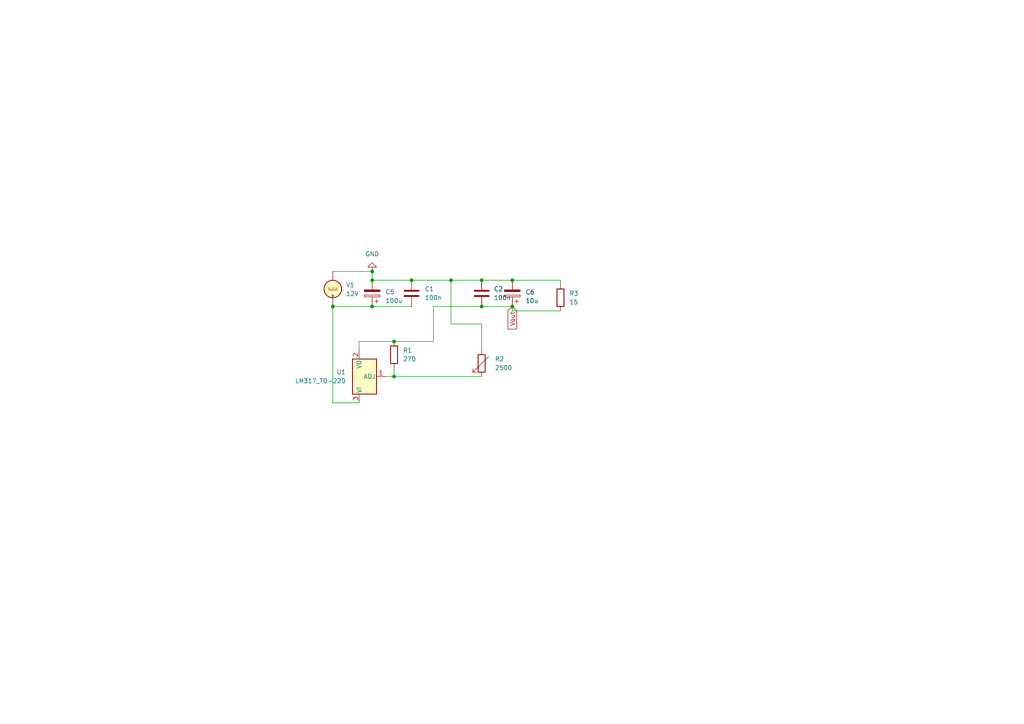
<source format=kicad_sch>
(kicad_sch (version 20231120) (generator "eeschema") (generator_version "8.0")
  (paper "A4")
  (lib_symbols
    (symbol "Device:C" (pin_numbers hide) (pin_names (offset 0.254))
      (property "Reference" "C" (at 0.635 2.54 0))
      (property "Value" "C" (at 0.635 -2.54 0))
      (symbol "C_0_1"
        (polyline (pts (xy -2.032 -0.762) (xy 2.032 -0.762)) (stroke (width 0.508)))
        (polyline (pts (xy -2.032 0.762) (xy 2.032 0.762)) (stroke (width 0.508)))
      )
      (symbol "C_1_1"
        (pin passive line (at 0 3.81 270) (length 2.794) (name "~") (number "1"))
        (pin passive line (at 0 -3.81 90) (length 2.794) (name "~") (number "2"))
      )
    )
    (symbol "Device:C_Polarized" (pin_numbers hide) (pin_names (offset 0.254))
      (property "Reference" "C" (at 0.635 2.54 0))
      (property "Value" "C_Polarized" (at 0.635 -2.54 0))
      (symbol "C_Polarized_0_1"
        (rectangle (start -2.286 0.508) (end 2.286 1.016))
        (polyline (pts (xy -1.778 2.286) (xy -0.762 2.286)))
        (polyline (pts (xy -1.27 2.794) (xy -1.27 1.778)))
        (rectangle (start 2.286 -0.508) (end -2.286 -1.016) (fill (type outline)))
      )
      (symbol "C_Polarized_1_1"
        (pin passive line (at 0 3.81 270) (length 2.794) (name "~") (number "1"))
        (pin passive line (at 0 -3.81 90) (length 2.794) (name "~") (number "2"))
      )
    )
    (symbol "Device:R" (pin_numbers hide) (pin_names (offset 0))
      (property "Reference" "R" (at 2.032 0 90))
      (property "Value" "R" (at 0 0 90))
      (symbol "R_0_1"
        (rectangle (start -1.016 -2.54) (end 1.016 2.54) (stroke (width 0.254)))
      )
      (symbol "R_1_1"
        (pin passive line (at 0 3.81 270) (length 1.27) (name "~") (number "1"))
        (pin passive line (at 0 -3.81 90) (length 1.27) (name "~") (number "2"))
      )
    )
    (symbol "Device:R_Variable" (pin_numbers hide) (pin_names (offset 0))
      (property "Reference" "R" (at 2.54 -2.54 90))
      (property "Value" "R_Variable" (at -2.54 -1.27 90))
      (symbol "R_Variable_0_1"
        (rectangle (start -1.016 -2.54) (end 1.016 2.54) (stroke (width 0.254)))
        (polyline (pts (xy 2.54 1.524) (xy 2.54 2.54) (xy 1.524 2.54) (xy 2.54 2.54) (xy -2.032 -2.032)))
      )
      (symbol "R_Variable_1_1"
        (pin passive line (at 0 3.81 270) (length 1.27) (name "~") (number "1"))
        (pin passive line (at 0 -3.81 90) (length 1.27) (name "~") (number "2"))
      )
    )
    (symbol "Regulator_Linear:LM317_TO-220" (pin_names (offset 0.254))
      (property "Reference" "U" (at -3.81 3.175 0))
      (property "Value" "LM317_TO-220" (at 0 3.175 0))
      (symbol "LM317_TO-220_0_1"
        (rectangle (start -5.08 1.905) (end 5.08 -5.08) (stroke (width 0.254)) (fill (type background)))
      )
      (symbol "LM317_TO-220_1_1"
        (pin input line (at 0 -7.62 90) (length 2.54) (name "ADJ") (number "1"))
        (pin power_out line (at 7.62 0 180) (length 2.54) (name "VO") (number "2"))
        (pin power_in line (at -7.62 0 0) (length 2.54) (name "VI") (number "3"))
      )
    )
    (symbol "Simulation_SPICE:VDC" (pin_numbers hide) (pin_names (offset 0.0254))
      (property "Reference" "V" (at 2.54 2.54 0))
      (property "Value" "1" (at 2.54 0 0))
      (symbol "VDC_0_0"
        (polyline (pts (xy -1.27 0.254) (xy 1.27 0.254)))
        (polyline (pts (xy -0.762 -0.254) (xy -1.27 -0.254)))
        (polyline (pts (xy 0.254 -0.254) (xy -0.254 -0.254)))
        (polyline (pts (xy 1.27 -0.254) (xy 0.762 -0.254)))
        (text "+" (at 0 1.905 0) (effects (font (size 1.27 1.27))))
      )
      (symbol "VDC_0_1"
        (circle (center 0 0) (radius 2.54) (stroke (width 0.254)) (fill (type background)))
      )
      (symbol "VDC_1_1"
        (pin passive line (at 0 5.08 270) (length 2.54) (name "~") (number "1"))
        (pin passive line (at 0 -5.08 90) (length 2.54) (name "~") (number "2"))
      )
    )
    (symbol "power:GND" (power) (pin_numbers hide) (pin_names (offset 0) hide)
      (property "Value" "GND" (at 0 -3.81 0))
      (symbol "GND_0_1"
        (polyline (pts (xy 0 0) (xy 0 -1.27) (xy 1.27 -1.27) (xy 0 -2.54) (xy -1.27 -1.27) (xy 0 -1.27)))
      )
      (symbol "GND_1_1"
        (pin power_in line (at 0 0 270) (length 0) (name "~") (number "1"))
      )
    )
  )
  (junction (at 107.95 88.9))
  (junction (at 148.59 88.9))
  (junction (at 114.3 109.22))
  (junction (at 114.3 99.06))
  (junction (at 107.95 81.28))
  (junction (at 107.95 78.74))
  (junction (at 139.7 81.28))
  (junction (at 148.59 81.28))
  (junction (at 119.38 81.28))
  (junction (at 130.81 81.28))
  (junction (at 139.7 88.9))
  (junction (at 96.52 88.9))
  (wire (pts (xy 130.81 93.98) (xy 130.81 81.28)))
  (wire (pts (xy 139.7 101.6) (xy 139.7 93.98)))
  (wire (pts (xy 130.81 93.98) (xy 139.7 93.98)))
  (wire (pts (xy 119.38 81.28) (xy 130.81 81.28)))
  (wire (pts (xy 162.56 82.55) (xy 162.56 81.28)))
  (wire (pts (xy 111.76 109.22) (xy 114.3 109.22)))
  (wire (pts (xy 125.73 99.06) (xy 125.73 88.9)))
  (wire (pts (xy 114.3 99.06) (xy 125.73 99.06)))
  (wire (pts (xy 148.59 90.17) (xy 148.59 88.9)))
  (wire (pts (xy 107.95 78.74) (xy 107.95 81.28)))
  (wire (pts (xy 125.73 88.9) (xy 139.7 88.9)))
  (wire (pts (xy 107.95 81.28) (xy 119.38 81.28)))
  (wire (pts (xy 96.52 88.9) (xy 96.52 116.84)))
  (wire (pts (xy 107.95 88.9) (xy 119.38 88.9)))
  (wire (pts (xy 162.56 90.17) (xy 148.59 90.17)))
  (wire (pts (xy 104.14 116.84) (xy 96.52 116.84)))
  (wire (pts (xy 130.81 81.28) (xy 139.7 81.28)))
  (wire (pts (xy 114.3 109.22) (xy 114.3 106.68)))
  (wire (pts (xy 104.14 101.6) (xy 104.14 99.06)))
  (wire (pts (xy 139.7 81.28) (xy 148.59 81.28)))
  (wire (pts (xy 114.3 109.22) (xy 139.7 109.22)))
  (wire (pts (xy 96.52 78.74) (xy 107.95 78.74)))
  (wire (pts (xy 139.7 88.9) (xy 148.59 88.9)))
  (wire (pts (xy 104.14 99.06) (xy 114.3 99.06)))
  (wire (pts (xy 96.52 88.9) (xy 107.95 88.9)))
  (wire (pts (xy 162.56 81.28) (xy 148.59 81.28)))
  (global_label "Vout" (shape input) (at 148.59 88.9 270) (property "Intersheetrefs" "${INTERSHEET_REFS}" (effects (hide yes))))
  (symbol (lib_id "Device:C_Polarized") (at 148.59 85.09 180) (unit 1)
    (property "Reference" "C6" (at 152.4 84.7089 0) (effects (justify right)))
    (property "Value" "10u" (at 152.4 87.2489 0) (effects (justify right)))
    (property "Description" "Polarized capacitor" (effects (hide yes)))
  )
  (symbol (lib_id "Device:C_Polarized") (at 107.95 85.09 180) (unit 1)
    (property "Reference" "C5" (at 111.76 84.7089 0) (effects (justify right)))
    (property "Value" "100u" (at 111.76 87.2489 0) (effects (justify right)))
    (property "Description" "Polarized capacitor" (effects (hide yes)))
  )
  (symbol (lib_id "Regulator_Linear:LM317_TO-220") (at 104.14 109.22 90) (unit 1)
    (property "Reference" "U1" (at 100.33 107.9499 90) (effects (justify left)))
    (property "Value" "LM317_TO-220" (at 100.33 110.4899 90) (effects (justify left)))
    (property "Footprint" "Package_TO_SOT_THT:TO-220-3_Vertical" (effects (hide yes)))
    (property "Datasheet" "http://www.ti.com/lit/ds/symlink/lm317.pdf" (effects (hide yes)))
    (property "Description" "1.5A 35V Adjustable Linear Regulator, TO-220" (effects (hide yes)))
    (property "Sim.Library" "D:\\Escritorio\\Facu\\CIA UCA\\Curso KiCAD\\Guia de simulación\\Modelos\\LM317.lib" (effects (hide yes)))
    (property "Sim.Name" "LM317/TI" (effects (hide yes)))
    (property "Sim.Device" "SUBCKT" (effects (hide yes)))
    (property "Sim.Pins" "1=adj 2=out 3=in" (effects (hide yes)))
  )
  (symbol (lib_id "Device:R") (at 114.3 102.87 180) (unit 1)
    (property "Reference" "R1" (at 116.84 101.5999 0) (effects (justify right)))
    (property "Value" "270" (at 116.84 104.1399 0) (effects (justify right)))
    (property "Description" "Resistor" (effects (hide yes)))
  )
  (symbol (lib_id "Device:C") (at 139.7 85.09 180) (unit 1)
    (property "Reference" "C2" (at 143.2142 83.8199 0) (effects (justify right)))
    (property "Value" "100n" (at 143.2142 86.3599 0) (effects (justify right)))
    (property "Description" "Unpolarized capacitor" (effects (hide yes)))
  )
  (symbol (lib_id "Device:C") (at 119.38 85.09 0) (unit 1)
    (property "Reference" "C1" (at 123.19 83.8199 0) (effects (justify left)))
    (property "Value" "100n" (at 123.19 86.3599 0) (effects (justify left)))
    (property "Description" "Unpolarized capacitor" (effects (hide yes)))
  )
  (symbol (lib_id "Simulation_SPICE:VDC") (at 96.52 83.82 180) (unit 1)
    (property "Reference" "V1" (at 100.33 82.6797 0) (effects (justify right)))
    (property "Value" "12V" (at 100.33 85.2197 0) (effects (justify right)))
    (property "Datasheet" "https://ngspice.sourceforge.io/docs/ngspice-html-manual/manual.xhtml#sec_Independent_Sources_for" (effects (hide yes)))
    (property "Description" "Voltage source, DC" (effects (hide yes)))
    (property "Sim.Pins" "1=+ 2=-" (effects (hide yes)))
    (property "Sim.Type" "DC" (effects (hide yes)))
    (property "Sim.Device" "V" (effects (hide yes)))
  )
  (symbol (lib_id "Device:R") (at 162.56 86.36 180) (unit 1)
    (property "Reference" "R3" (at 165.1 85.0899 0) (effects (justify right)))
    (property "Value" "15" (at 165.1 87.6299 0) (effects (justify right)))
    (property "Description" "Resistor" (effects (hide yes)))
  )
  (symbol (lib_id "Device:R_Variable") (at 139.7 105.41 180) (unit 1)
    (property "Reference" "R2" (at 143.51 104.1399 0) (effects (justify right)))
    (property "Value" "2500" (at 143.51 106.6799 0) (effects (justify right)))
    (property "Description" "Variable resistor" (effects (hide yes)))
    (property "Sim.Device" "R" (effects (hide yes)))
    (property "Sim.Pins" "1=+ 2=-" (effects (hide yes)))
  )
  (symbol (lib_id "power:GND") (at 107.95 78.74 180) (unit 1)
    (property "Reference" "#PWR01" (effects (hide yes)))
    (property "Value" "GND" (at 107.95 73.66 0))
    (property "Description" "Power symbol creates a global label with name \"GND\" , ground" (effects (hide yes)))
  )
)
</source>
